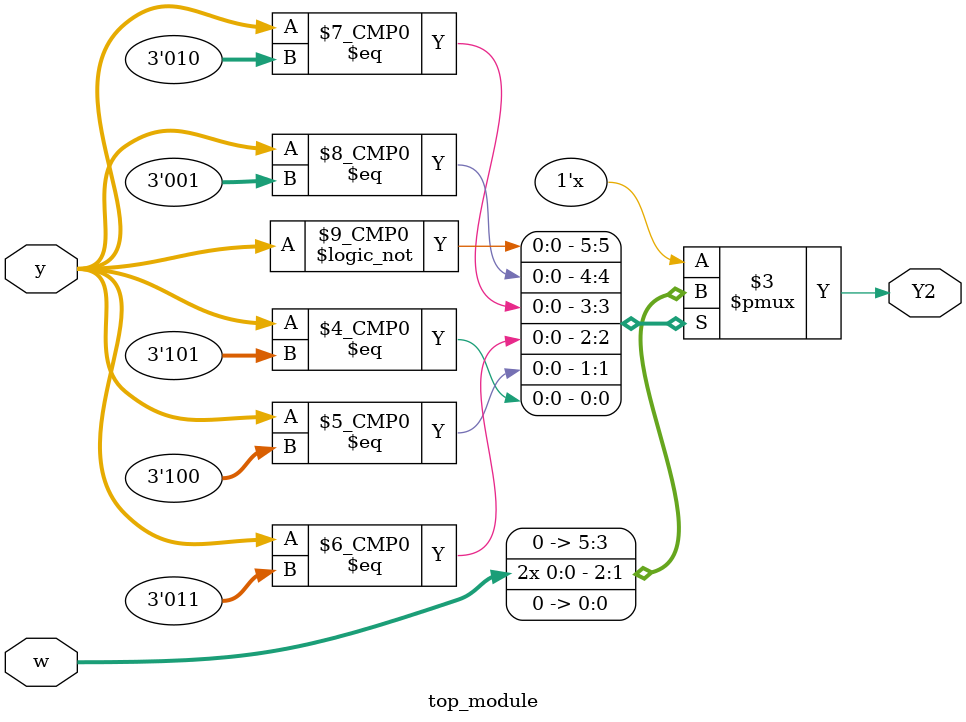
<source format=sv>
module top_module(
    input [3:1] y,
    input w,
    output reg Y2
);

always @(*) begin
    case (y)
        3'b000: Y2 = 1'b0;
        3'b001: Y2 = 1'b0;
        3'b010: Y2 = 1'b0;
        3'b011: Y2 = w;
        3'b100: Y2 = w;
        3'b101: Y2 = 1'b0;
    endcase
end

endmodule

</source>
